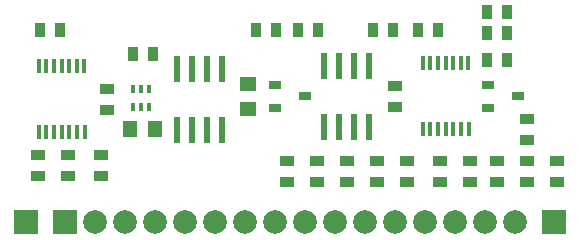
<source format=gts>
%FSLAX34Y34*%
G04 Gerber Fmt 3.4, Leading zero omitted, Abs format*
G04 (created by PCBNEW (2013-12-24 BZR 4575)-product) date 2014-01-25 4:15:43 PM*
%MOIN*%
G01*
G70*
G90*
G04 APERTURE LIST*
%ADD10C,0.005906*%
%ADD11R,0.015700X0.031400*%
%ADD12R,0.045000X0.055000*%
%ADD13R,0.055000X0.045000*%
%ADD14R,0.039400X0.027600*%
%ADD15R,0.078700X0.078700*%
%ADD16C,0.078700*%
%ADD17R,0.011800X0.051200*%
%ADD18R,0.023600X0.086600*%
%ADD19R,0.045000X0.032000*%
%ADD20R,0.032000X0.045000*%
G04 APERTURE END LIST*
G54D10*
G54D11*
X44395Y-50064D03*
X44650Y-50064D03*
X44905Y-50064D03*
X44905Y-49436D03*
X44650Y-49436D03*
X44395Y-49436D03*
G54D12*
X45125Y-50800D03*
X44275Y-50800D03*
G54D13*
X48200Y-50125D03*
X48200Y-49275D03*
G54D14*
X50100Y-49700D03*
X49100Y-50075D03*
X49100Y-49325D03*
X57200Y-49700D03*
X56200Y-50075D03*
X56200Y-49325D03*
G54D15*
X40800Y-53900D03*
X58400Y-53900D03*
X42100Y-53900D03*
G54D16*
X43100Y-53900D03*
X44100Y-53900D03*
X45100Y-53900D03*
X46100Y-53900D03*
X47100Y-53900D03*
X48100Y-53900D03*
X49100Y-53900D03*
X50100Y-53900D03*
X51100Y-53900D03*
X52100Y-53900D03*
X53100Y-53900D03*
X54100Y-53900D03*
X55100Y-53900D03*
X56100Y-53900D03*
X57100Y-53900D03*
G54D17*
X55560Y-48600D03*
X55310Y-48600D03*
X55050Y-48600D03*
X54800Y-48600D03*
X54540Y-48600D03*
X54285Y-48600D03*
X54030Y-48600D03*
X54030Y-50800D03*
X54285Y-50800D03*
X54540Y-50800D03*
X54800Y-50800D03*
X55055Y-50800D03*
X55310Y-50800D03*
X55565Y-50800D03*
X42760Y-48700D03*
X42510Y-48700D03*
X42250Y-48700D03*
X42000Y-48700D03*
X41740Y-48700D03*
X41485Y-48700D03*
X41230Y-48700D03*
X41230Y-50900D03*
X41485Y-50900D03*
X41740Y-50900D03*
X42000Y-50900D03*
X42255Y-50900D03*
X42510Y-50900D03*
X42765Y-50900D03*
G54D18*
X52250Y-48677D03*
X51750Y-48677D03*
X51250Y-48677D03*
X50750Y-48677D03*
X50750Y-50723D03*
X51250Y-50723D03*
X51750Y-50723D03*
X52250Y-50723D03*
X45850Y-50823D03*
X46350Y-50823D03*
X46850Y-50823D03*
X47350Y-50823D03*
X47350Y-48777D03*
X46850Y-48777D03*
X46350Y-48777D03*
X45850Y-48777D03*
G54D19*
X50500Y-52535D03*
X50500Y-51865D03*
X57500Y-52535D03*
X57500Y-51865D03*
X58500Y-52535D03*
X58500Y-51865D03*
X49500Y-52535D03*
X49500Y-51865D03*
X52500Y-52535D03*
X52500Y-51865D03*
G54D20*
X50535Y-47500D03*
X49865Y-47500D03*
X48465Y-47500D03*
X49135Y-47500D03*
G54D19*
X53500Y-51865D03*
X53500Y-52535D03*
X57500Y-50465D03*
X57500Y-51135D03*
G54D20*
X56835Y-48500D03*
X56165Y-48500D03*
X44365Y-48300D03*
X45035Y-48300D03*
X54535Y-47500D03*
X53865Y-47500D03*
G54D19*
X43500Y-49465D03*
X43500Y-50135D03*
G54D20*
X56835Y-46900D03*
X56165Y-46900D03*
X56165Y-47600D03*
X56835Y-47600D03*
G54D19*
X55600Y-52535D03*
X55600Y-51865D03*
X54600Y-51865D03*
X54600Y-52535D03*
X56500Y-51865D03*
X56500Y-52535D03*
G54D20*
X52365Y-47500D03*
X53035Y-47500D03*
G54D19*
X51500Y-52535D03*
X51500Y-51865D03*
X53100Y-49365D03*
X53100Y-50035D03*
G54D20*
X41935Y-47500D03*
X41265Y-47500D03*
G54D19*
X41200Y-52335D03*
X41200Y-51665D03*
X42200Y-51665D03*
X42200Y-52335D03*
X43300Y-52335D03*
X43300Y-51665D03*
M02*

</source>
